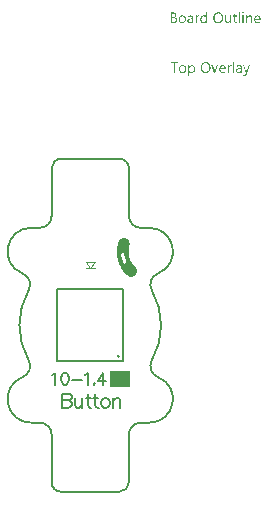
<source format=gto>
G04*
G04 #@! TF.GenerationSoftware,Altium Limited,Altium Designer,21.8.1 (53)*
G04*
G04 Layer_Color=65535*
%FSAX25Y25*%
%MOIN*%
G70*
G04*
G04 #@! TF.SameCoordinates,94FE2971-EC38-410B-9373-26AABD127CE3*
G04*
G04*
G04 #@! TF.FilePolarity,Positive*
G04*
G01*
G75*
%ADD10C,0.00787*%
%ADD11C,0.00394*%
%ADD12C,0.00500*%
%ADD13C,0.00630*%
%ADD14R,0.06988X0.05709*%
G36*
X0050981Y0136890D02*
X0051006D01*
X0051061Y0136865D01*
X0051092Y0136846D01*
X0051123Y0136821D01*
X0051129Y0136815D01*
X0051135Y0136809D01*
X0051166Y0136772D01*
X0051191Y0136710D01*
X0051197Y0136673D01*
X0051204Y0136636D01*
Y0136629D01*
Y0136617D01*
X0051197Y0136599D01*
X0051191Y0136574D01*
X0051173Y0136512D01*
X0051148Y0136481D01*
X0051123Y0136450D01*
X0051117D01*
X0051111Y0136438D01*
X0051074Y0136413D01*
X0051018Y0136388D01*
X0050981Y0136382D01*
X0050944Y0136376D01*
X0050925D01*
X0050906Y0136382D01*
X0050882D01*
X0050820Y0136407D01*
X0050789Y0136419D01*
X0050758Y0136444D01*
Y0136450D01*
X0050745Y0136456D01*
X0050733Y0136475D01*
X0050721Y0136493D01*
X0050696Y0136555D01*
X0050690Y0136592D01*
X0050684Y0136636D01*
Y0136642D01*
Y0136654D01*
X0050690Y0136673D01*
X0050696Y0136704D01*
X0050715Y0136759D01*
X0050733Y0136791D01*
X0050758Y0136821D01*
X0050764Y0136828D01*
X0050770Y0136834D01*
X0050807Y0136858D01*
X0050869Y0136883D01*
X0050906Y0136896D01*
X0050962D01*
X0050981Y0136890D01*
D02*
G37*
G36*
X0038991Y0133225D02*
X0038588D01*
Y0133646D01*
X0038576D01*
Y0133640D01*
X0038564Y0133627D01*
X0038545Y0133603D01*
X0038526Y0133572D01*
X0038495Y0133535D01*
X0038458Y0133497D01*
X0038415Y0133454D01*
X0038366Y0133411D01*
X0038310Y0133361D01*
X0038242Y0133318D01*
X0038174Y0133281D01*
X0038093Y0133244D01*
X0038013Y0133213D01*
X0037920Y0133188D01*
X0037821Y0133176D01*
X0037716Y0133169D01*
X0037672D01*
X0037635Y0133176D01*
X0037598Y0133182D01*
X0037548Y0133188D01*
X0037443Y0133213D01*
X0037319Y0133250D01*
X0037196Y0133312D01*
X0037128Y0133349D01*
X0037072Y0133392D01*
X0037010Y0133448D01*
X0036954Y0133504D01*
Y0133510D01*
X0036942Y0133522D01*
X0036929Y0133541D01*
X0036911Y0133565D01*
X0036892Y0133596D01*
X0036867Y0133640D01*
X0036843Y0133689D01*
X0036818Y0133745D01*
X0036787Y0133807D01*
X0036762Y0133875D01*
X0036737Y0133949D01*
X0036719Y0134030D01*
X0036700Y0134116D01*
X0036688Y0134215D01*
X0036682Y0134315D01*
X0036676Y0134420D01*
Y0134426D01*
Y0134444D01*
Y0134482D01*
X0036682Y0134525D01*
X0036688Y0134574D01*
X0036694Y0134636D01*
X0036700Y0134704D01*
X0036713Y0134779D01*
X0036750Y0134940D01*
X0036806Y0135107D01*
X0036843Y0135187D01*
X0036886Y0135268D01*
X0036929Y0135342D01*
X0036985Y0135416D01*
X0036991Y0135423D01*
X0036998Y0135435D01*
X0037016Y0135453D01*
X0037041Y0135478D01*
X0037072Y0135503D01*
X0037115Y0135534D01*
X0037159Y0135571D01*
X0037208Y0135608D01*
X0037332Y0135676D01*
X0037474Y0135738D01*
X0037555Y0135757D01*
X0037641Y0135775D01*
X0037728Y0135788D01*
X0037827Y0135794D01*
X0037876D01*
X0037914Y0135788D01*
X0037951Y0135782D01*
X0038000Y0135775D01*
X0038112Y0135744D01*
X0038236Y0135695D01*
X0038297Y0135664D01*
X0038359Y0135620D01*
X0038421Y0135577D01*
X0038477Y0135521D01*
X0038526Y0135460D01*
X0038576Y0135385D01*
X0038588D01*
Y0136945D01*
X0038991D01*
Y0133225D01*
D02*
G37*
G36*
X0053259Y0135788D02*
X0053333Y0135782D01*
X0053426Y0135763D01*
X0053525Y0135732D01*
X0053630Y0135682D01*
X0053735Y0135614D01*
X0053779Y0135577D01*
X0053822Y0135528D01*
X0053834Y0135515D01*
X0053859Y0135478D01*
X0053890Y0135416D01*
X0053933Y0135330D01*
X0053970Y0135224D01*
X0054008Y0135094D01*
X0054032Y0134940D01*
X0054039Y0134760D01*
Y0133225D01*
X0053636D01*
Y0134655D01*
Y0134661D01*
Y0134692D01*
X0053630Y0134729D01*
Y0134779D01*
X0053618Y0134841D01*
X0053605Y0134909D01*
X0053587Y0134983D01*
X0053562Y0135057D01*
X0053531Y0135132D01*
X0053494Y0135200D01*
X0053444Y0135268D01*
X0053389Y0135330D01*
X0053327Y0135379D01*
X0053246Y0135416D01*
X0053160Y0135447D01*
X0053054Y0135453D01*
X0053042D01*
X0053005Y0135447D01*
X0052949Y0135441D01*
X0052881Y0135423D01*
X0052801Y0135398D01*
X0052714Y0135354D01*
X0052634Y0135299D01*
X0052553Y0135224D01*
X0052547Y0135212D01*
X0052522Y0135187D01*
X0052491Y0135138D01*
X0052454Y0135070D01*
X0052417Y0134989D01*
X0052386Y0134890D01*
X0052361Y0134779D01*
X0052355Y0134655D01*
Y0133225D01*
X0051953D01*
Y0135738D01*
X0052355D01*
Y0135317D01*
X0052367D01*
X0052373Y0135323D01*
X0052380Y0135336D01*
X0052398Y0135361D01*
X0052423Y0135391D01*
X0052448Y0135429D01*
X0052485Y0135466D01*
X0052528Y0135509D01*
X0052578Y0135559D01*
X0052634Y0135602D01*
X0052695Y0135645D01*
X0052763Y0135682D01*
X0052838Y0135720D01*
X0052912Y0135750D01*
X0052999Y0135775D01*
X0053092Y0135788D01*
X0053191Y0135794D01*
X0053228D01*
X0053259Y0135788D01*
D02*
G37*
G36*
X0036261Y0135775D02*
X0036335Y0135769D01*
X0036378Y0135757D01*
X0036410Y0135744D01*
Y0135330D01*
X0036403Y0135336D01*
X0036391Y0135342D01*
X0036366Y0135354D01*
X0036335Y0135373D01*
X0036292Y0135385D01*
X0036236Y0135398D01*
X0036174Y0135404D01*
X0036106Y0135410D01*
X0036094D01*
X0036063Y0135404D01*
X0036013Y0135398D01*
X0035958Y0135379D01*
X0035883Y0135348D01*
X0035815Y0135305D01*
X0035741Y0135243D01*
X0035673Y0135162D01*
X0035667Y0135150D01*
X0035648Y0135119D01*
X0035617Y0135063D01*
X0035586Y0134989D01*
X0035555Y0134896D01*
X0035524Y0134779D01*
X0035506Y0134649D01*
X0035500Y0134500D01*
Y0133225D01*
X0035097D01*
Y0135738D01*
X0035500D01*
Y0135218D01*
X0035512D01*
Y0135224D01*
X0035518Y0135231D01*
X0035530Y0135261D01*
X0035549Y0135311D01*
X0035580Y0135373D01*
X0035611Y0135435D01*
X0035660Y0135503D01*
X0035710Y0135571D01*
X0035772Y0135633D01*
X0035778Y0135639D01*
X0035803Y0135658D01*
X0035840Y0135682D01*
X0035890Y0135707D01*
X0035945Y0135732D01*
X0036013Y0135757D01*
X0036088Y0135775D01*
X0036168Y0135782D01*
X0036224D01*
X0036261Y0135775D01*
D02*
G37*
G36*
X0047001Y0133225D02*
X0046598D01*
Y0133621D01*
X0046586D01*
Y0133615D01*
X0046573Y0133603D01*
X0046561Y0133578D01*
X0046536Y0133553D01*
X0046481Y0133479D01*
X0046394Y0133398D01*
X0046344Y0133355D01*
X0046289Y0133312D01*
X0046227Y0133274D01*
X0046152Y0133237D01*
X0046078Y0133213D01*
X0045998Y0133188D01*
X0045905Y0133176D01*
X0045812Y0133169D01*
X0045775D01*
X0045732Y0133176D01*
X0045670Y0133188D01*
X0045602Y0133200D01*
X0045527Y0133225D01*
X0045447Y0133256D01*
X0045366Y0133306D01*
X0045280Y0133361D01*
X0045199Y0133429D01*
X0045125Y0133516D01*
X0045057Y0133621D01*
X0044995Y0133739D01*
X0044952Y0133881D01*
X0044927Y0134048D01*
X0044914Y0134135D01*
Y0134234D01*
Y0135738D01*
X0045311D01*
Y0134296D01*
Y0134290D01*
Y0134265D01*
X0045317Y0134222D01*
X0045323Y0134172D01*
X0045329Y0134110D01*
X0045342Y0134048D01*
X0045360Y0133974D01*
X0045385Y0133900D01*
X0045422Y0133825D01*
X0045459Y0133757D01*
X0045509Y0133689D01*
X0045571Y0133627D01*
X0045639Y0133578D01*
X0045719Y0133541D01*
X0045818Y0133510D01*
X0045924Y0133504D01*
X0045936D01*
X0045973Y0133510D01*
X0046029Y0133516D01*
X0046091Y0133528D01*
X0046171Y0133559D01*
X0046252Y0133596D01*
X0046332Y0133646D01*
X0046406Y0133720D01*
X0046413Y0133733D01*
X0046437Y0133757D01*
X0046468Y0133807D01*
X0046505Y0133875D01*
X0046536Y0133955D01*
X0046567Y0134055D01*
X0046592Y0134166D01*
X0046598Y0134290D01*
Y0135738D01*
X0047001D01*
Y0133225D01*
D02*
G37*
G36*
X0051135D02*
X0050733D01*
Y0135738D01*
X0051135D01*
Y0133225D01*
D02*
G37*
G36*
X0049916D02*
X0049514D01*
Y0136945D01*
X0049916D01*
Y0133225D01*
D02*
G37*
G36*
X0033537Y0135788D02*
X0033593Y0135782D01*
X0033661Y0135763D01*
X0033735Y0135744D01*
X0033816Y0135713D01*
X0033902Y0135676D01*
X0033983Y0135627D01*
X0034064Y0135565D01*
X0034138Y0135491D01*
X0034206Y0135398D01*
X0034262Y0135292D01*
X0034305Y0135169D01*
X0034330Y0135026D01*
X0034342Y0134859D01*
Y0133225D01*
X0033940D01*
Y0133615D01*
X0033927D01*
Y0133609D01*
X0033915Y0133596D01*
X0033902Y0133572D01*
X0033878Y0133547D01*
X0033816Y0133473D01*
X0033735Y0133392D01*
X0033624Y0133312D01*
X0033494Y0133237D01*
X0033413Y0133213D01*
X0033333Y0133188D01*
X0033246Y0133176D01*
X0033154Y0133169D01*
X0033116D01*
X0033092Y0133176D01*
X0033024Y0133182D01*
X0032943Y0133194D01*
X0032844Y0133219D01*
X0032751Y0133250D01*
X0032652Y0133299D01*
X0032566Y0133361D01*
X0032559Y0133374D01*
X0032535Y0133398D01*
X0032497Y0133442D01*
X0032460Y0133504D01*
X0032423Y0133578D01*
X0032386Y0133665D01*
X0032361Y0133770D01*
X0032355Y0133887D01*
Y0133894D01*
Y0133918D01*
X0032361Y0133955D01*
X0032367Y0133999D01*
X0032380Y0134055D01*
X0032398Y0134116D01*
X0032423Y0134185D01*
X0032460Y0134253D01*
X0032504Y0134327D01*
X0032559Y0134401D01*
X0032627Y0134469D01*
X0032708Y0134531D01*
X0032801Y0134593D01*
X0032912Y0134643D01*
X0033036Y0134680D01*
X0033184Y0134711D01*
X0033940Y0134816D01*
Y0134822D01*
Y0134841D01*
X0033933Y0134878D01*
Y0134915D01*
X0033921Y0134964D01*
X0033915Y0135020D01*
X0033878Y0135138D01*
X0033847Y0135193D01*
X0033816Y0135249D01*
X0033773Y0135305D01*
X0033723Y0135354D01*
X0033661Y0135398D01*
X0033593Y0135429D01*
X0033513Y0135447D01*
X0033420Y0135453D01*
X0033376D01*
X0033345Y0135447D01*
X0033302D01*
X0033259Y0135435D01*
X0033147Y0135416D01*
X0033024Y0135379D01*
X0032887Y0135323D01*
X0032813Y0135286D01*
X0032745Y0135249D01*
X0032671Y0135200D01*
X0032603Y0135144D01*
Y0135559D01*
X0032609D01*
X0032621Y0135571D01*
X0032640Y0135583D01*
X0032671Y0135596D01*
X0032702Y0135614D01*
X0032745Y0135633D01*
X0032794Y0135652D01*
X0032850Y0135676D01*
X0032974Y0135720D01*
X0033123Y0135757D01*
X0033283Y0135782D01*
X0033457Y0135794D01*
X0033494D01*
X0033537Y0135788D01*
D02*
G37*
G36*
X0027849Y0136735D02*
X0027892D01*
X0027935Y0136729D01*
X0028034Y0136716D01*
X0028152Y0136685D01*
X0028276Y0136648D01*
X0028393Y0136592D01*
X0028499Y0136518D01*
X0028505D01*
X0028511Y0136506D01*
X0028542Y0136481D01*
X0028585Y0136431D01*
X0028635Y0136363D01*
X0028678Y0136277D01*
X0028721Y0136178D01*
X0028752Y0136066D01*
X0028765Y0136004D01*
Y0135936D01*
Y0135930D01*
Y0135924D01*
Y0135887D01*
X0028759Y0135831D01*
X0028746Y0135763D01*
X0028728Y0135676D01*
X0028697Y0135590D01*
X0028660Y0135503D01*
X0028604Y0135416D01*
X0028598Y0135404D01*
X0028573Y0135379D01*
X0028536Y0135342D01*
X0028486Y0135292D01*
X0028424Y0135243D01*
X0028350Y0135187D01*
X0028257Y0135144D01*
X0028158Y0135101D01*
Y0135094D01*
X0028177D01*
X0028195Y0135088D01*
X0028214Y0135082D01*
X0028282Y0135070D01*
X0028363Y0135045D01*
X0028449Y0135008D01*
X0028542Y0134964D01*
X0028635Y0134903D01*
X0028721Y0134822D01*
X0028734Y0134810D01*
X0028759Y0134779D01*
X0028790Y0134735D01*
X0028833Y0134667D01*
X0028870Y0134581D01*
X0028907Y0134482D01*
X0028932Y0134364D01*
X0028938Y0134234D01*
Y0134228D01*
Y0134215D01*
Y0134191D01*
X0028932Y0134160D01*
X0028926Y0134123D01*
X0028920Y0134079D01*
X0028895Y0133974D01*
X0028858Y0133856D01*
X0028802Y0133733D01*
X0028765Y0133677D01*
X0028721Y0133615D01*
X0028666Y0133559D01*
X0028610Y0133504D01*
X0028604D01*
X0028598Y0133491D01*
X0028579Y0133479D01*
X0028554Y0133460D01*
X0028523Y0133442D01*
X0028480Y0133417D01*
X0028387Y0133367D01*
X0028270Y0133312D01*
X0028133Y0133268D01*
X0027972Y0133237D01*
X0027892Y0133231D01*
X0027799Y0133225D01*
X0026772D01*
Y0136741D01*
X0027818D01*
X0027849Y0136735D01*
D02*
G37*
G36*
X0048344Y0135738D02*
X0048981D01*
Y0135391D01*
X0048344D01*
Y0133974D01*
Y0133962D01*
Y0133931D01*
X0048350Y0133887D01*
X0048356Y0133832D01*
X0048381Y0133714D01*
X0048399Y0133658D01*
X0048430Y0133615D01*
X0048437Y0133609D01*
X0048449Y0133596D01*
X0048468Y0133584D01*
X0048499Y0133565D01*
X0048536Y0133541D01*
X0048585Y0133528D01*
X0048647Y0133516D01*
X0048715Y0133510D01*
X0048740D01*
X0048771Y0133516D01*
X0048808Y0133522D01*
X0048895Y0133547D01*
X0048938Y0133565D01*
X0048981Y0133590D01*
Y0133244D01*
X0048975D01*
X0048957Y0133231D01*
X0048926Y0133225D01*
X0048882Y0133213D01*
X0048827Y0133200D01*
X0048765Y0133188D01*
X0048690Y0133182D01*
X0048604Y0133176D01*
X0048573D01*
X0048542Y0133182D01*
X0048499Y0133188D01*
X0048449Y0133200D01*
X0048393Y0133213D01*
X0048338Y0133237D01*
X0048276Y0133268D01*
X0048214Y0133306D01*
X0048152Y0133355D01*
X0048096Y0133411D01*
X0048047Y0133485D01*
X0048003Y0133565D01*
X0047972Y0133665D01*
X0047948Y0133776D01*
X0047941Y0133906D01*
Y0135391D01*
X0047514D01*
Y0135738D01*
X0047941D01*
Y0136351D01*
X0048344Y0136481D01*
Y0135738D01*
D02*
G37*
G36*
X0055871Y0135788D02*
X0055914Y0135782D01*
X0055958Y0135775D01*
X0056069Y0135757D01*
X0056193Y0135713D01*
X0056317Y0135658D01*
X0056378Y0135620D01*
X0056440Y0135577D01*
X0056496Y0135528D01*
X0056552Y0135472D01*
X0056558Y0135466D01*
X0056564Y0135460D01*
X0056577Y0135441D01*
X0056595Y0135416D01*
X0056614Y0135379D01*
X0056638Y0135342D01*
X0056663Y0135299D01*
X0056688Y0135243D01*
X0056713Y0135181D01*
X0056737Y0135119D01*
X0056762Y0135045D01*
X0056781Y0134964D01*
X0056799Y0134878D01*
X0056812Y0134791D01*
X0056824Y0134692D01*
Y0134587D01*
Y0134376D01*
X0055048D01*
Y0134370D01*
Y0134358D01*
Y0134339D01*
X0055054Y0134308D01*
X0055060Y0134271D01*
Y0134234D01*
X0055079Y0134135D01*
X0055110Y0134036D01*
X0055147Y0133924D01*
X0055202Y0133819D01*
X0055270Y0133726D01*
X0055283Y0133714D01*
X0055308Y0133689D01*
X0055357Y0133658D01*
X0055425Y0133615D01*
X0055512Y0133572D01*
X0055611Y0133541D01*
X0055729Y0133516D01*
X0055865Y0133504D01*
X0055908D01*
X0055939Y0133510D01*
X0055976D01*
X0056019Y0133516D01*
X0056125Y0133541D01*
X0056242Y0133572D01*
X0056372Y0133621D01*
X0056508Y0133689D01*
X0056577Y0133733D01*
X0056645Y0133782D01*
Y0133405D01*
X0056638D01*
X0056632Y0133392D01*
X0056614Y0133386D01*
X0056583Y0133367D01*
X0056552Y0133349D01*
X0056515Y0133330D01*
X0056465Y0133312D01*
X0056416Y0133287D01*
X0056354Y0133262D01*
X0056286Y0133244D01*
X0056137Y0133206D01*
X0055964Y0133182D01*
X0055772Y0133169D01*
X0055722D01*
X0055685Y0133176D01*
X0055642Y0133182D01*
X0055586Y0133188D01*
X0055468Y0133213D01*
X0055332Y0133250D01*
X0055196Y0133312D01*
X0055128Y0133355D01*
X0055060Y0133398D01*
X0054998Y0133448D01*
X0054936Y0133510D01*
X0054930Y0133516D01*
X0054924Y0133528D01*
X0054911Y0133547D01*
X0054887Y0133572D01*
X0054868Y0133609D01*
X0054843Y0133652D01*
X0054812Y0133702D01*
X0054788Y0133757D01*
X0054757Y0133819D01*
X0054732Y0133894D01*
X0054701Y0133974D01*
X0054682Y0134061D01*
X0054664Y0134153D01*
X0054645Y0134253D01*
X0054639Y0134358D01*
X0054633Y0134469D01*
Y0134475D01*
Y0134494D01*
Y0134525D01*
X0054639Y0134568D01*
X0054645Y0134618D01*
X0054651Y0134674D01*
X0054658Y0134742D01*
X0054676Y0134810D01*
X0054713Y0134958D01*
X0054769Y0135119D01*
X0054806Y0135200D01*
X0054856Y0135274D01*
X0054905Y0135354D01*
X0054961Y0135423D01*
X0054967Y0135429D01*
X0054979Y0135441D01*
X0054998Y0135460D01*
X0055023Y0135478D01*
X0055054Y0135509D01*
X0055091Y0135540D01*
X0055140Y0135571D01*
X0055190Y0135608D01*
X0055308Y0135676D01*
X0055450Y0135738D01*
X0055530Y0135757D01*
X0055611Y0135775D01*
X0055698Y0135788D01*
X0055790Y0135794D01*
X0055840D01*
X0055871Y0135788D01*
D02*
G37*
G36*
X0042829Y0136797D02*
X0042890Y0136791D01*
X0042965Y0136778D01*
X0043045Y0136759D01*
X0043132Y0136741D01*
X0043218Y0136716D01*
X0043317Y0136685D01*
X0043410Y0136642D01*
X0043509Y0136592D01*
X0043608Y0136537D01*
X0043701Y0136469D01*
X0043794Y0136394D01*
X0043881Y0136308D01*
X0043887Y0136301D01*
X0043899Y0136283D01*
X0043924Y0136258D01*
X0043949Y0136221D01*
X0043986Y0136171D01*
X0044023Y0136109D01*
X0044060Y0136041D01*
X0044104Y0135967D01*
X0044147Y0135874D01*
X0044184Y0135782D01*
X0044221Y0135676D01*
X0044258Y0135559D01*
X0044283Y0135441D01*
X0044308Y0135311D01*
X0044320Y0135169D01*
X0044326Y0135026D01*
Y0135014D01*
Y0134989D01*
Y0134946D01*
X0044320Y0134884D01*
X0044314Y0134810D01*
X0044302Y0134729D01*
X0044289Y0134636D01*
X0044271Y0134531D01*
X0044246Y0134426D01*
X0044215Y0134315D01*
X0044178Y0134203D01*
X0044135Y0134092D01*
X0044079Y0133974D01*
X0044017Y0133869D01*
X0043949Y0133764D01*
X0043868Y0133665D01*
X0043862Y0133658D01*
X0043850Y0133646D01*
X0043819Y0133621D01*
X0043788Y0133590D01*
X0043738Y0133547D01*
X0043683Y0133510D01*
X0043621Y0133460D01*
X0043547Y0133417D01*
X0043466Y0133374D01*
X0043373Y0133324D01*
X0043274Y0133287D01*
X0043163Y0133250D01*
X0043045Y0133213D01*
X0042921Y0133188D01*
X0042791Y0133176D01*
X0042649Y0133169D01*
X0042618D01*
X0042575Y0133176D01*
X0042525D01*
X0042463Y0133182D01*
X0042389Y0133194D01*
X0042309Y0133213D01*
X0042216Y0133231D01*
X0042123Y0133256D01*
X0042024Y0133287D01*
X0041925Y0133330D01*
X0041826Y0133374D01*
X0041727Y0133429D01*
X0041628Y0133497D01*
X0041535Y0133572D01*
X0041448Y0133658D01*
X0041442Y0133665D01*
X0041430Y0133683D01*
X0041405Y0133708D01*
X0041380Y0133745D01*
X0041343Y0133794D01*
X0041306Y0133856D01*
X0041269Y0133924D01*
X0041225Y0134005D01*
X0041182Y0134092D01*
X0041145Y0134185D01*
X0041108Y0134290D01*
X0041071Y0134407D01*
X0041046Y0134525D01*
X0041021Y0134655D01*
X0041009Y0134797D01*
X0041003Y0134940D01*
Y0134952D01*
Y0134977D01*
X0041009Y0135020D01*
Y0135082D01*
X0041015Y0135150D01*
X0041027Y0135237D01*
X0041040Y0135330D01*
X0041058Y0135429D01*
X0041083Y0135534D01*
X0041114Y0135645D01*
X0041151Y0135757D01*
X0041194Y0135868D01*
X0041250Y0135980D01*
X0041312Y0136091D01*
X0041380Y0136196D01*
X0041460Y0136295D01*
X0041467Y0136301D01*
X0041479Y0136320D01*
X0041510Y0136345D01*
X0041547Y0136376D01*
X0041590Y0136413D01*
X0041646Y0136456D01*
X0041714Y0136500D01*
X0041789Y0136549D01*
X0041875Y0136599D01*
X0041968Y0136642D01*
X0042067Y0136685D01*
X0042179Y0136722D01*
X0042302Y0136753D01*
X0042432Y0136784D01*
X0042568Y0136797D01*
X0042711Y0136803D01*
X0042779D01*
X0042829Y0136797D01*
D02*
G37*
G36*
X0030801Y0135788D02*
X0030845Y0135782D01*
X0030900Y0135775D01*
X0031024Y0135750D01*
X0031167Y0135707D01*
X0031309Y0135645D01*
X0031383Y0135608D01*
X0031451Y0135565D01*
X0031519Y0135509D01*
X0031581Y0135447D01*
X0031587Y0135441D01*
X0031594Y0135429D01*
X0031612Y0135410D01*
X0031631Y0135385D01*
X0031656Y0135348D01*
X0031680Y0135305D01*
X0031711Y0135255D01*
X0031742Y0135200D01*
X0031767Y0135132D01*
X0031798Y0135063D01*
X0031823Y0134983D01*
X0031847Y0134896D01*
X0031866Y0134803D01*
X0031885Y0134704D01*
X0031891Y0134599D01*
X0031897Y0134488D01*
Y0134482D01*
Y0134463D01*
Y0134432D01*
X0031891Y0134389D01*
X0031885Y0134339D01*
X0031878Y0134277D01*
X0031866Y0134215D01*
X0031854Y0134141D01*
X0031817Y0133993D01*
X0031755Y0133832D01*
X0031718Y0133751D01*
X0031668Y0133671D01*
X0031618Y0133596D01*
X0031556Y0133528D01*
X0031550Y0133522D01*
X0031538Y0133516D01*
X0031519Y0133497D01*
X0031495Y0133473D01*
X0031457Y0133448D01*
X0031420Y0133417D01*
X0031371Y0133380D01*
X0031315Y0133349D01*
X0031253Y0133318D01*
X0031185Y0133281D01*
X0031111Y0133250D01*
X0031030Y0133225D01*
X0030944Y0133200D01*
X0030851Y0133188D01*
X0030752Y0133176D01*
X0030647Y0133169D01*
X0030591D01*
X0030554Y0133176D01*
X0030510Y0133182D01*
X0030455Y0133188D01*
X0030393Y0133200D01*
X0030325Y0133213D01*
X0030182Y0133256D01*
X0030034Y0133318D01*
X0029959Y0133355D01*
X0029891Y0133405D01*
X0029823Y0133454D01*
X0029755Y0133516D01*
X0029749Y0133522D01*
X0029743Y0133535D01*
X0029724Y0133553D01*
X0029706Y0133578D01*
X0029681Y0133615D01*
X0029650Y0133658D01*
X0029619Y0133708D01*
X0029594Y0133764D01*
X0029563Y0133832D01*
X0029532Y0133900D01*
X0029501Y0133974D01*
X0029477Y0134061D01*
X0029439Y0134246D01*
X0029433Y0134345D01*
X0029427Y0134451D01*
Y0134457D01*
Y0134482D01*
Y0134512D01*
X0029433Y0134556D01*
X0029439Y0134605D01*
X0029446Y0134667D01*
X0029458Y0134735D01*
X0029471Y0134810D01*
X0029508Y0134971D01*
X0029570Y0135132D01*
X0029613Y0135212D01*
X0029656Y0135292D01*
X0029706Y0135367D01*
X0029768Y0135435D01*
X0029774Y0135441D01*
X0029786Y0135453D01*
X0029805Y0135466D01*
X0029829Y0135491D01*
X0029867Y0135515D01*
X0029910Y0135546D01*
X0029959Y0135583D01*
X0030015Y0135614D01*
X0030077Y0135645D01*
X0030151Y0135682D01*
X0030226Y0135713D01*
X0030312Y0135738D01*
X0030399Y0135763D01*
X0030498Y0135782D01*
X0030603Y0135788D01*
X0030709Y0135794D01*
X0030764D01*
X0030801Y0135788D01*
D02*
G37*
G36*
X0034014Y0119198D02*
X0034057Y0119192D01*
X0034101Y0119185D01*
X0034212Y0119161D01*
X0034336Y0119123D01*
X0034460Y0119062D01*
X0034521Y0119024D01*
X0034583Y0118975D01*
X0034639Y0118925D01*
X0034695Y0118863D01*
X0034701Y0118857D01*
X0034707Y0118851D01*
X0034720Y0118826D01*
X0034738Y0118801D01*
X0034757Y0118771D01*
X0034782Y0118727D01*
X0034806Y0118678D01*
X0034831Y0118628D01*
X0034856Y0118566D01*
X0034881Y0118498D01*
X0034905Y0118424D01*
X0034924Y0118343D01*
X0034955Y0118164D01*
X0034967Y0118065D01*
Y0117960D01*
Y0117954D01*
Y0117935D01*
Y0117898D01*
X0034961Y0117854D01*
Y0117805D01*
X0034949Y0117743D01*
X0034942Y0117675D01*
X0034930Y0117601D01*
X0034893Y0117440D01*
X0034837Y0117273D01*
X0034800Y0117192D01*
X0034763Y0117112D01*
X0034713Y0117031D01*
X0034658Y0116957D01*
X0034651Y0116951D01*
X0034645Y0116938D01*
X0034627Y0116920D01*
X0034602Y0116901D01*
X0034571Y0116870D01*
X0034534Y0116839D01*
X0034491Y0116802D01*
X0034441Y0116771D01*
X0034385Y0116734D01*
X0034323Y0116697D01*
X0034175Y0116641D01*
X0034094Y0116616D01*
X0034014Y0116598D01*
X0033921Y0116586D01*
X0033822Y0116579D01*
X0033773D01*
X0033742Y0116586D01*
X0033698Y0116592D01*
X0033655Y0116604D01*
X0033544Y0116629D01*
X0033426Y0116678D01*
X0033358Y0116716D01*
X0033296Y0116753D01*
X0033234Y0116802D01*
X0033178Y0116858D01*
X0033116Y0116920D01*
X0033067Y0116994D01*
X0033055D01*
Y0115484D01*
X0032652D01*
Y0119148D01*
X0033055D01*
Y0118702D01*
X0033067D01*
X0033073Y0118709D01*
X0033079Y0118727D01*
X0033098Y0118752D01*
X0033123Y0118783D01*
X0033154Y0118820D01*
X0033191Y0118863D01*
X0033234Y0118907D01*
X0033290Y0118956D01*
X0033345Y0119000D01*
X0033407Y0119043D01*
X0033482Y0119086D01*
X0033556Y0119123D01*
X0033643Y0119161D01*
X0033735Y0119185D01*
X0033828Y0119198D01*
X0033933Y0119204D01*
X0033983D01*
X0034014Y0119198D01*
D02*
G37*
G36*
X0046970Y0119185D02*
X0047044Y0119179D01*
X0047087Y0119167D01*
X0047118Y0119154D01*
Y0118740D01*
X0047112Y0118746D01*
X0047100Y0118752D01*
X0047075Y0118764D01*
X0047044Y0118783D01*
X0047001Y0118795D01*
X0046945Y0118808D01*
X0046883Y0118814D01*
X0046815Y0118820D01*
X0046802D01*
X0046771Y0118814D01*
X0046722Y0118808D01*
X0046666Y0118789D01*
X0046592Y0118758D01*
X0046524Y0118715D01*
X0046450Y0118653D01*
X0046382Y0118572D01*
X0046375Y0118560D01*
X0046357Y0118529D01*
X0046326Y0118473D01*
X0046295Y0118399D01*
X0046264Y0118306D01*
X0046233Y0118189D01*
X0046214Y0118059D01*
X0046208Y0117910D01*
Y0116635D01*
X0045806D01*
Y0119148D01*
X0046208D01*
Y0118628D01*
X0046221D01*
Y0118634D01*
X0046227Y0118641D01*
X0046239Y0118672D01*
X0046258Y0118721D01*
X0046289Y0118783D01*
X0046320Y0118845D01*
X0046369Y0118913D01*
X0046419Y0118981D01*
X0046481Y0119043D01*
X0046487Y0119049D01*
X0046512Y0119068D01*
X0046549Y0119093D01*
X0046598Y0119117D01*
X0046654Y0119142D01*
X0046722Y0119167D01*
X0046796Y0119185D01*
X0046877Y0119192D01*
X0046933D01*
X0046970Y0119185D01*
D02*
G37*
G36*
X0052175Y0116233D02*
X0052169Y0116226D01*
X0052163Y0116202D01*
X0052144Y0116158D01*
X0052120Y0116109D01*
X0052089Y0116053D01*
X0052045Y0115985D01*
X0052002Y0115917D01*
X0051953Y0115843D01*
X0051891Y0115769D01*
X0051829Y0115700D01*
X0051754Y0115632D01*
X0051674Y0115577D01*
X0051594Y0115527D01*
X0051501Y0115484D01*
X0051408Y0115459D01*
X0051303Y0115453D01*
X0051247D01*
X0051210Y0115459D01*
X0051129Y0115471D01*
X0051043Y0115490D01*
Y0115849D01*
X0051049D01*
X0051067Y0115843D01*
X0051092Y0115837D01*
X0051123Y0115830D01*
X0051197Y0115812D01*
X0051278Y0115806D01*
X0051290D01*
X0051327Y0115812D01*
X0051383Y0115824D01*
X0051451Y0115849D01*
X0051525Y0115892D01*
X0051563Y0115923D01*
X0051600Y0115960D01*
X0051637Y0115998D01*
X0051674Y0116047D01*
X0051705Y0116103D01*
X0051736Y0116165D01*
X0051940Y0116635D01*
X0050956Y0119148D01*
X0051402D01*
X0052083Y0117211D01*
Y0117204D01*
X0052089Y0117192D01*
X0052095Y0117174D01*
X0052101Y0117149D01*
X0052107Y0117112D01*
X0052120Y0117075D01*
X0052132Y0117019D01*
X0052151D01*
Y0117031D01*
X0052163Y0117068D01*
X0052175Y0117124D01*
X0052200Y0117204D01*
X0052912Y0119148D01*
X0053327D01*
X0052175Y0116233D01*
D02*
G37*
G36*
X0041745Y0116635D02*
X0041349D01*
X0040396Y0119148D01*
X0040835D01*
X0041479Y0117322D01*
X0041485Y0117316D01*
X0041491Y0117291D01*
X0041504Y0117248D01*
X0041516Y0117204D01*
X0041529Y0117149D01*
X0041547Y0117087D01*
X0041566Y0116969D01*
X0041572D01*
Y0116975D01*
X0041578Y0117000D01*
X0041584Y0117037D01*
X0041590Y0117081D01*
X0041603Y0117136D01*
X0041615Y0117192D01*
X0041652Y0117310D01*
X0042321Y0119148D01*
X0042742D01*
X0041745Y0116635D01*
D02*
G37*
G36*
X0049768Y0119198D02*
X0049823Y0119192D01*
X0049891Y0119173D01*
X0049966Y0119154D01*
X0050046Y0119123D01*
X0050133Y0119086D01*
X0050213Y0119037D01*
X0050294Y0118975D01*
X0050368Y0118901D01*
X0050436Y0118808D01*
X0050492Y0118702D01*
X0050535Y0118579D01*
X0050560Y0118436D01*
X0050572Y0118269D01*
Y0116635D01*
X0050170D01*
Y0117025D01*
X0050157D01*
Y0117019D01*
X0050145Y0117006D01*
X0050133Y0116982D01*
X0050108Y0116957D01*
X0050046Y0116883D01*
X0049966Y0116802D01*
X0049854Y0116722D01*
X0049724Y0116647D01*
X0049644Y0116623D01*
X0049563Y0116598D01*
X0049477Y0116586D01*
X0049384Y0116579D01*
X0049347D01*
X0049322Y0116586D01*
X0049254Y0116592D01*
X0049173Y0116604D01*
X0049074Y0116629D01*
X0048981Y0116660D01*
X0048882Y0116709D01*
X0048796Y0116771D01*
X0048790Y0116784D01*
X0048765Y0116808D01*
X0048728Y0116852D01*
X0048690Y0116914D01*
X0048653Y0116988D01*
X0048616Y0117075D01*
X0048591Y0117180D01*
X0048585Y0117297D01*
Y0117304D01*
Y0117328D01*
X0048591Y0117366D01*
X0048598Y0117409D01*
X0048610Y0117464D01*
X0048629Y0117526D01*
X0048653Y0117595D01*
X0048690Y0117663D01*
X0048734Y0117737D01*
X0048790Y0117811D01*
X0048858Y0117879D01*
X0048938Y0117941D01*
X0049031Y0118003D01*
X0049142Y0118053D01*
X0049266Y0118090D01*
X0049415Y0118121D01*
X0050170Y0118226D01*
Y0118232D01*
Y0118251D01*
X0050164Y0118288D01*
Y0118325D01*
X0050151Y0118374D01*
X0050145Y0118430D01*
X0050108Y0118548D01*
X0050077Y0118604D01*
X0050046Y0118659D01*
X0050003Y0118715D01*
X0049953Y0118764D01*
X0049891Y0118808D01*
X0049823Y0118839D01*
X0049743Y0118857D01*
X0049650Y0118863D01*
X0049607D01*
X0049576Y0118857D01*
X0049532D01*
X0049489Y0118845D01*
X0049378Y0118826D01*
X0049254Y0118789D01*
X0049117Y0118734D01*
X0049043Y0118696D01*
X0048975Y0118659D01*
X0048901Y0118610D01*
X0048833Y0118554D01*
Y0118969D01*
X0048839D01*
X0048851Y0118981D01*
X0048870Y0118993D01*
X0048901Y0119006D01*
X0048932Y0119024D01*
X0048975Y0119043D01*
X0049025Y0119062D01*
X0049080Y0119086D01*
X0049204Y0119130D01*
X0049353Y0119167D01*
X0049514Y0119192D01*
X0049687Y0119204D01*
X0049724D01*
X0049768Y0119198D01*
D02*
G37*
G36*
X0047954Y0116635D02*
X0047552D01*
Y0120355D01*
X0047954D01*
Y0116635D01*
D02*
G37*
G36*
X0029210Y0119780D02*
X0028195D01*
Y0116635D01*
X0027787D01*
Y0119780D01*
X0026772D01*
Y0120151D01*
X0029210D01*
Y0119780D01*
D02*
G37*
G36*
X0044246Y0119198D02*
X0044289Y0119192D01*
X0044333Y0119185D01*
X0044444Y0119167D01*
X0044568Y0119123D01*
X0044692Y0119068D01*
X0044754Y0119031D01*
X0044815Y0118987D01*
X0044871Y0118938D01*
X0044927Y0118882D01*
X0044933Y0118876D01*
X0044939Y0118870D01*
X0044952Y0118851D01*
X0044970Y0118826D01*
X0044989Y0118789D01*
X0045014Y0118752D01*
X0045038Y0118709D01*
X0045063Y0118653D01*
X0045088Y0118591D01*
X0045113Y0118529D01*
X0045137Y0118455D01*
X0045156Y0118374D01*
X0045175Y0118288D01*
X0045187Y0118201D01*
X0045199Y0118102D01*
Y0117997D01*
Y0117786D01*
X0043423D01*
Y0117780D01*
Y0117768D01*
Y0117749D01*
X0043429Y0117718D01*
X0043435Y0117681D01*
Y0117644D01*
X0043454Y0117545D01*
X0043485Y0117446D01*
X0043522Y0117334D01*
X0043578Y0117229D01*
X0043646Y0117136D01*
X0043658Y0117124D01*
X0043683Y0117099D01*
X0043732Y0117068D01*
X0043800Y0117025D01*
X0043887Y0116982D01*
X0043986Y0116951D01*
X0044104Y0116926D01*
X0044240Y0116914D01*
X0044283D01*
X0044314Y0116920D01*
X0044351D01*
X0044395Y0116926D01*
X0044500Y0116951D01*
X0044617Y0116982D01*
X0044747Y0117031D01*
X0044884Y0117099D01*
X0044952Y0117143D01*
X0045020Y0117192D01*
Y0116815D01*
X0045014D01*
X0045007Y0116802D01*
X0044989Y0116796D01*
X0044958Y0116777D01*
X0044927Y0116759D01*
X0044890Y0116740D01*
X0044840Y0116722D01*
X0044791Y0116697D01*
X0044729Y0116672D01*
X0044661Y0116654D01*
X0044512Y0116616D01*
X0044339Y0116592D01*
X0044147Y0116579D01*
X0044098D01*
X0044060Y0116586D01*
X0044017Y0116592D01*
X0043961Y0116598D01*
X0043844Y0116623D01*
X0043707Y0116660D01*
X0043571Y0116722D01*
X0043503Y0116765D01*
X0043435Y0116808D01*
X0043373Y0116858D01*
X0043311Y0116920D01*
X0043305Y0116926D01*
X0043299Y0116938D01*
X0043287Y0116957D01*
X0043262Y0116982D01*
X0043243Y0117019D01*
X0043218Y0117062D01*
X0043187Y0117112D01*
X0043163Y0117167D01*
X0043132Y0117229D01*
X0043107Y0117304D01*
X0043076Y0117384D01*
X0043058Y0117471D01*
X0043039Y0117564D01*
X0043020Y0117663D01*
X0043014Y0117768D01*
X0043008Y0117879D01*
Y0117885D01*
Y0117904D01*
Y0117935D01*
X0043014Y0117978D01*
X0043020Y0118028D01*
X0043027Y0118084D01*
X0043033Y0118152D01*
X0043051Y0118220D01*
X0043088Y0118368D01*
X0043144Y0118529D01*
X0043181Y0118610D01*
X0043231Y0118684D01*
X0043280Y0118764D01*
X0043336Y0118833D01*
X0043342Y0118839D01*
X0043355Y0118851D01*
X0043373Y0118870D01*
X0043398Y0118888D01*
X0043429Y0118919D01*
X0043466Y0118950D01*
X0043516Y0118981D01*
X0043565Y0119018D01*
X0043683Y0119086D01*
X0043825Y0119148D01*
X0043906Y0119167D01*
X0043986Y0119185D01*
X0044073Y0119198D01*
X0044166Y0119204D01*
X0044215D01*
X0044246Y0119198D01*
D02*
G37*
G36*
X0038632Y0120207D02*
X0038694Y0120201D01*
X0038768Y0120188D01*
X0038848Y0120169D01*
X0038935Y0120151D01*
X0039022Y0120126D01*
X0039121Y0120095D01*
X0039213Y0120052D01*
X0039313Y0120002D01*
X0039412Y0119947D01*
X0039505Y0119879D01*
X0039597Y0119804D01*
X0039684Y0119718D01*
X0039690Y0119711D01*
X0039703Y0119693D01*
X0039727Y0119668D01*
X0039752Y0119631D01*
X0039789Y0119581D01*
X0039826Y0119520D01*
X0039863Y0119451D01*
X0039907Y0119377D01*
X0039950Y0119284D01*
X0039987Y0119192D01*
X0040024Y0119086D01*
X0040062Y0118969D01*
X0040086Y0118851D01*
X0040111Y0118721D01*
X0040124Y0118579D01*
X0040130Y0118436D01*
Y0118424D01*
Y0118399D01*
Y0118356D01*
X0040124Y0118294D01*
X0040117Y0118220D01*
X0040105Y0118139D01*
X0040093Y0118046D01*
X0040074Y0117941D01*
X0040049Y0117836D01*
X0040018Y0117725D01*
X0039981Y0117613D01*
X0039938Y0117502D01*
X0039882Y0117384D01*
X0039820Y0117279D01*
X0039752Y0117174D01*
X0039672Y0117075D01*
X0039665Y0117068D01*
X0039653Y0117056D01*
X0039622Y0117031D01*
X0039591Y0117000D01*
X0039542Y0116957D01*
X0039486Y0116920D01*
X0039424Y0116870D01*
X0039350Y0116827D01*
X0039269Y0116784D01*
X0039176Y0116734D01*
X0039077Y0116697D01*
X0038966Y0116660D01*
X0038848Y0116623D01*
X0038724Y0116598D01*
X0038594Y0116586D01*
X0038452Y0116579D01*
X0038421D01*
X0038378Y0116586D01*
X0038328D01*
X0038267Y0116592D01*
X0038192Y0116604D01*
X0038112Y0116623D01*
X0038019Y0116641D01*
X0037926Y0116666D01*
X0037827Y0116697D01*
X0037728Y0116740D01*
X0037629Y0116784D01*
X0037530Y0116839D01*
X0037431Y0116907D01*
X0037338Y0116982D01*
X0037251Y0117068D01*
X0037245Y0117075D01*
X0037233Y0117093D01*
X0037208Y0117118D01*
X0037183Y0117155D01*
X0037146Y0117204D01*
X0037109Y0117266D01*
X0037072Y0117334D01*
X0037029Y0117415D01*
X0036985Y0117502D01*
X0036948Y0117595D01*
X0036911Y0117700D01*
X0036874Y0117817D01*
X0036849Y0117935D01*
X0036824Y0118065D01*
X0036812Y0118207D01*
X0036806Y0118350D01*
Y0118362D01*
Y0118387D01*
X0036812Y0118430D01*
Y0118492D01*
X0036818Y0118560D01*
X0036830Y0118647D01*
X0036843Y0118740D01*
X0036861Y0118839D01*
X0036886Y0118944D01*
X0036917Y0119055D01*
X0036954Y0119167D01*
X0036998Y0119278D01*
X0037053Y0119390D01*
X0037115Y0119501D01*
X0037183Y0119606D01*
X0037264Y0119705D01*
X0037270Y0119711D01*
X0037282Y0119730D01*
X0037313Y0119755D01*
X0037350Y0119786D01*
X0037394Y0119823D01*
X0037449Y0119866D01*
X0037517Y0119910D01*
X0037592Y0119959D01*
X0037678Y0120009D01*
X0037771Y0120052D01*
X0037870Y0120095D01*
X0037982Y0120132D01*
X0038105Y0120163D01*
X0038236Y0120194D01*
X0038372Y0120207D01*
X0038514Y0120213D01*
X0038582D01*
X0038632Y0120207D01*
D02*
G37*
G36*
X0030913Y0119198D02*
X0030956Y0119192D01*
X0031012Y0119185D01*
X0031136Y0119161D01*
X0031278Y0119117D01*
X0031420Y0119055D01*
X0031495Y0119018D01*
X0031563Y0118975D01*
X0031631Y0118919D01*
X0031693Y0118857D01*
X0031699Y0118851D01*
X0031705Y0118839D01*
X0031724Y0118820D01*
X0031742Y0118795D01*
X0031767Y0118758D01*
X0031792Y0118715D01*
X0031823Y0118665D01*
X0031854Y0118610D01*
X0031878Y0118542D01*
X0031909Y0118473D01*
X0031934Y0118393D01*
X0031959Y0118306D01*
X0031977Y0118213D01*
X0031996Y0118114D01*
X0032002Y0118009D01*
X0032008Y0117898D01*
Y0117892D01*
Y0117873D01*
Y0117842D01*
X0032002Y0117799D01*
X0031996Y0117749D01*
X0031990Y0117687D01*
X0031977Y0117625D01*
X0031965Y0117551D01*
X0031928Y0117403D01*
X0031866Y0117242D01*
X0031829Y0117161D01*
X0031779Y0117081D01*
X0031730Y0117006D01*
X0031668Y0116938D01*
X0031662Y0116932D01*
X0031649Y0116926D01*
X0031631Y0116907D01*
X0031606Y0116883D01*
X0031569Y0116858D01*
X0031532Y0116827D01*
X0031482Y0116790D01*
X0031427Y0116759D01*
X0031365Y0116728D01*
X0031297Y0116691D01*
X0031222Y0116660D01*
X0031142Y0116635D01*
X0031055Y0116610D01*
X0030962Y0116598D01*
X0030863Y0116586D01*
X0030758Y0116579D01*
X0030702D01*
X0030665Y0116586D01*
X0030622Y0116592D01*
X0030566Y0116598D01*
X0030504Y0116610D01*
X0030436Y0116623D01*
X0030294Y0116666D01*
X0030145Y0116728D01*
X0030071Y0116765D01*
X0030003Y0116815D01*
X0029935Y0116864D01*
X0029867Y0116926D01*
X0029860Y0116932D01*
X0029854Y0116945D01*
X0029836Y0116963D01*
X0029817Y0116988D01*
X0029792Y0117025D01*
X0029761Y0117068D01*
X0029730Y0117118D01*
X0029706Y0117174D01*
X0029675Y0117242D01*
X0029644Y0117310D01*
X0029613Y0117384D01*
X0029588Y0117471D01*
X0029551Y0117656D01*
X0029545Y0117755D01*
X0029539Y0117861D01*
Y0117867D01*
Y0117892D01*
Y0117923D01*
X0029545Y0117966D01*
X0029551Y0118015D01*
X0029557Y0118077D01*
X0029570Y0118145D01*
X0029582Y0118220D01*
X0029619Y0118381D01*
X0029681Y0118542D01*
X0029724Y0118622D01*
X0029768Y0118702D01*
X0029817Y0118777D01*
X0029879Y0118845D01*
X0029885Y0118851D01*
X0029898Y0118863D01*
X0029916Y0118876D01*
X0029941Y0118901D01*
X0029978Y0118925D01*
X0030021Y0118956D01*
X0030071Y0118993D01*
X0030127Y0119024D01*
X0030189Y0119055D01*
X0030263Y0119093D01*
X0030337Y0119123D01*
X0030424Y0119148D01*
X0030510Y0119173D01*
X0030609Y0119192D01*
X0030715Y0119198D01*
X0030820Y0119204D01*
X0030876D01*
X0030913Y0119198D01*
D02*
G37*
G36*
X0011277Y0061567D02*
X0011394Y0061559D01*
X0011510Y0061544D01*
X0011625Y0061521D01*
X0011739Y0061492D01*
X0011851Y0061456D01*
X0011960Y0061413D01*
X0012067Y0061364D01*
X0012170Y0061308D01*
X0012270Y0061247D01*
X0012366Y0061179D01*
X0012457Y0061106D01*
X0012545Y0061027D01*
X0012627Y0060943D01*
X0012704Y0060854D01*
X0012775Y0060761D01*
X0012841Y0060664D01*
X0012901Y0060563D01*
X0012954Y0060458D01*
X0013001Y0060351D01*
X0013042Y0060241D01*
X0013076Y0060128D01*
X0013102Y0060014D01*
X0013123Y0059898D01*
X0013135Y0059782D01*
X0013141Y0059664D01*
X0013140Y0059547D01*
X0013132Y0059430D01*
X0013117Y0059314D01*
X0013094Y0059198D01*
X0013065Y0059085D01*
X0013060Y0059069D01*
X0013060Y0059069D01*
X0013005Y0058877D01*
X0012950Y0058657D01*
X0012902Y0058436D01*
X0012862Y0058213D01*
X0012829Y0057989D01*
X0012803Y0057765D01*
X0012784Y0057539D01*
X0012773Y0057313D01*
X0012769Y0057087D01*
X0012773Y0056860D01*
X0012784Y0056634D01*
X0012803Y0056409D01*
X0012829Y0056184D01*
X0012862Y0055960D01*
X0012902Y0055737D01*
X0012950Y0055516D01*
X0013005Y0055297D01*
X0013067Y0055079D01*
X0013136Y0054864D01*
X0013213Y0054650D01*
X0013296Y0054440D01*
X0013386Y0054233D01*
X0013483Y0054028D01*
X0013586Y0053827D01*
X0013696Y0053629D01*
X0013812Y0053435D01*
X0013935Y0053244D01*
X0014064Y0053058D01*
X0014198Y0052877D01*
X0014339Y0052699D01*
X0014486Y0052527D01*
X0014638Y0052359D01*
X0014795Y0052197D01*
X0014955Y0052041D01*
X0014955Y0052042D01*
X0014973Y0052026D01*
X0015055Y0051942D01*
X0015132Y0051853D01*
X0015203Y0051760D01*
X0015269Y0051663D01*
X0015329Y0051562D01*
X0015382Y0051457D01*
X0015429Y0051350D01*
X0015470Y0051240D01*
X0015504Y0051127D01*
X0015531Y0051013D01*
X0015551Y0050897D01*
X0015564Y0050780D01*
X0015570Y0050663D01*
X0015568Y0050546D01*
X0015560Y0050429D01*
X0015545Y0050312D01*
X0015522Y0050197D01*
X0015493Y0050083D01*
X0015457Y0049972D01*
X0015415Y0049862D01*
X0015365Y0049756D01*
X0015310Y0049652D01*
X0015248Y0049553D01*
X0015180Y0049457D01*
X0015107Y0049365D01*
X0015028Y0049278D01*
X0014944Y0049196D01*
X0014856Y0049119D01*
X0014762Y0049047D01*
X0014665Y0048982D01*
X0014564Y0048922D01*
X0014460Y0048868D01*
X0014352Y0048821D01*
X0014242Y0048781D01*
X0014130Y0048747D01*
X0014015Y0048720D01*
X0013900Y0048700D01*
X0013783Y0048687D01*
X0013666Y0048681D01*
X0013548Y0048682D01*
X0013431Y0048691D01*
X0013315Y0048706D01*
X0013200Y0048728D01*
X0013086Y0048757D01*
X0012974Y0048794D01*
X0012865Y0048836D01*
X0012758Y0048886D01*
X0012655Y0048941D01*
X0012555Y0049003D01*
X0012459Y0049071D01*
X0012367Y0049144D01*
X0012298Y0049207D01*
X0012298Y0049207D01*
X0012186Y0049312D01*
X0011978Y0049518D01*
X0011776Y0049729D01*
X0011580Y0049946D01*
X0011390Y0050168D01*
X0011205Y0050396D01*
X0011027Y0050628D01*
X0010855Y0050864D01*
X0010690Y0051106D01*
X0010531Y0051351D01*
X0010380Y0051601D01*
X0010234Y0051855D01*
X0010096Y0052113D01*
X0009965Y0052375D01*
X0009841Y0052640D01*
X0009724Y0052908D01*
X0009615Y0053179D01*
X0009513Y0053453D01*
X0009418Y0053730D01*
X0009331Y0054009D01*
X0009251Y0054291D01*
X0009179Y0054575D01*
X0009115Y0054860D01*
X0009059Y0055147D01*
X0009010Y0055435D01*
X0008969Y0055725D01*
X0008936Y0056016D01*
X0008911Y0056307D01*
X0008894Y0056599D01*
X0008885Y0056892D01*
X0008884Y0057184D01*
X0008890Y0057477D01*
X0008905Y0057769D01*
X0008927Y0058060D01*
X0008958Y0058351D01*
X0008996Y0058641D01*
X0009042Y0058930D01*
X0009096Y0059218D01*
X0009157Y0059504D01*
X0009227Y0059788D01*
X0009303Y0060070D01*
X0009337Y0060182D01*
X0009337Y0060182D01*
X0009368Y0060278D01*
X0009410Y0060387D01*
X0009460Y0060494D01*
X0009515Y0060597D01*
X0009577Y0060697D01*
X0009645Y0060793D01*
X0009718Y0060884D01*
X0009797Y0060971D01*
X0009881Y0061054D01*
X0009969Y0061131D01*
X0010062Y0061202D01*
X0010160Y0061268D01*
X0010261Y0061327D01*
X0010365Y0061381D01*
X0010473Y0061428D01*
X0010583Y0061469D01*
X0010695Y0061502D01*
X0010810Y0061529D01*
X0010925Y0061549D01*
X0011042Y0061562D01*
X0011159Y0061568D01*
X0011277Y0061567D01*
D02*
G37*
%LPC*%
G36*
X0037876Y0135453D02*
X0037839D01*
X0037815Y0135447D01*
X0037747Y0135441D01*
X0037666Y0135423D01*
X0037573Y0135385D01*
X0037474Y0135336D01*
X0037381Y0135274D01*
X0037338Y0135231D01*
X0037295Y0135181D01*
X0037288Y0135169D01*
X0037264Y0135132D01*
X0037227Y0135070D01*
X0037189Y0134989D01*
X0037152Y0134884D01*
X0037115Y0134754D01*
X0037090Y0134605D01*
X0037084Y0134438D01*
Y0134432D01*
Y0134420D01*
Y0134395D01*
X0037090Y0134364D01*
Y0134333D01*
X0037097Y0134290D01*
X0037109Y0134191D01*
X0037134Y0134079D01*
X0037171Y0133968D01*
X0037220Y0133856D01*
X0037288Y0133751D01*
X0037301Y0133739D01*
X0037326Y0133714D01*
X0037369Y0133671D01*
X0037431Y0133627D01*
X0037511Y0133584D01*
X0037604Y0133541D01*
X0037709Y0133516D01*
X0037833Y0133504D01*
X0037864D01*
X0037889Y0133510D01*
X0037951Y0133516D01*
X0038025Y0133535D01*
X0038112Y0133565D01*
X0038205Y0133603D01*
X0038291Y0133665D01*
X0038378Y0133745D01*
X0038384Y0133757D01*
X0038409Y0133788D01*
X0038446Y0133844D01*
X0038483Y0133912D01*
X0038520Y0133999D01*
X0038557Y0134104D01*
X0038582Y0134228D01*
X0038588Y0134358D01*
Y0134729D01*
Y0134735D01*
Y0134742D01*
Y0134779D01*
X0038576Y0134834D01*
X0038564Y0134909D01*
X0038539Y0134989D01*
X0038502Y0135076D01*
X0038452Y0135162D01*
X0038384Y0135243D01*
X0038378Y0135249D01*
X0038347Y0135274D01*
X0038304Y0135311D01*
X0038248Y0135348D01*
X0038174Y0135385D01*
X0038087Y0135423D01*
X0037988Y0135447D01*
X0037876Y0135453D01*
D02*
G37*
G36*
X0033940Y0134494D02*
X0033333Y0134407D01*
X0033321D01*
X0033290Y0134401D01*
X0033240Y0134389D01*
X0033178Y0134376D01*
X0033110Y0134358D01*
X0033036Y0134333D01*
X0032974Y0134308D01*
X0032912Y0134271D01*
X0032906Y0134265D01*
X0032887Y0134253D01*
X0032869Y0134228D01*
X0032844Y0134191D01*
X0032813Y0134141D01*
X0032794Y0134079D01*
X0032776Y0134005D01*
X0032770Y0133918D01*
Y0133912D01*
Y0133887D01*
X0032776Y0133856D01*
X0032788Y0133813D01*
X0032801Y0133764D01*
X0032825Y0133714D01*
X0032856Y0133665D01*
X0032900Y0133615D01*
X0032906Y0133609D01*
X0032925Y0133596D01*
X0032956Y0133578D01*
X0032993Y0133559D01*
X0033042Y0133541D01*
X0033104Y0133522D01*
X0033172Y0133510D01*
X0033253Y0133504D01*
X0033265D01*
X0033302Y0133510D01*
X0033358Y0133516D01*
X0033426Y0133528D01*
X0033500Y0133553D01*
X0033587Y0133590D01*
X0033667Y0133646D01*
X0033742Y0133714D01*
X0033748Y0133726D01*
X0033773Y0133751D01*
X0033803Y0133794D01*
X0033841Y0133856D01*
X0033878Y0133937D01*
X0033909Y0134023D01*
X0033933Y0134129D01*
X0033940Y0134240D01*
Y0134494D01*
D02*
G37*
G36*
X0027657Y0136370D02*
X0027186D01*
Y0135231D01*
X0027663D01*
X0027725Y0135237D01*
X0027799Y0135249D01*
X0027886Y0135268D01*
X0027979Y0135299D01*
X0028059Y0135336D01*
X0028140Y0135391D01*
X0028146Y0135398D01*
X0028171Y0135423D01*
X0028201Y0135460D01*
X0028239Y0135515D01*
X0028270Y0135577D01*
X0028301Y0135658D01*
X0028325Y0135750D01*
X0028332Y0135856D01*
Y0135862D01*
Y0135880D01*
X0028325Y0135905D01*
X0028319Y0135936D01*
X0028294Y0136017D01*
X0028276Y0136066D01*
X0028245Y0136116D01*
X0028214Y0136159D01*
X0028164Y0136209D01*
X0028115Y0136252D01*
X0028047Y0136289D01*
X0027972Y0136320D01*
X0027880Y0136345D01*
X0027774Y0136363D01*
X0027657Y0136370D01*
D02*
G37*
G36*
Y0134859D02*
X0027186D01*
Y0133596D01*
X0027805D01*
X0027867Y0133603D01*
X0027954Y0133615D01*
X0028041Y0133640D01*
X0028133Y0133665D01*
X0028226Y0133708D01*
X0028307Y0133764D01*
X0028313Y0133770D01*
X0028338Y0133794D01*
X0028369Y0133832D01*
X0028406Y0133887D01*
X0028443Y0133955D01*
X0028474Y0134036D01*
X0028499Y0134135D01*
X0028505Y0134240D01*
Y0134246D01*
Y0134265D01*
X0028499Y0134296D01*
X0028493Y0134339D01*
X0028480Y0134382D01*
X0028462Y0134438D01*
X0028437Y0134494D01*
X0028400Y0134550D01*
X0028356Y0134605D01*
X0028301Y0134661D01*
X0028232Y0134717D01*
X0028146Y0134760D01*
X0028053Y0134803D01*
X0027935Y0134834D01*
X0027805Y0134853D01*
X0027657Y0134859D01*
D02*
G37*
G36*
X0055784Y0135453D02*
X0055735D01*
X0055685Y0135441D01*
X0055617Y0135429D01*
X0055543Y0135404D01*
X0055456Y0135367D01*
X0055376Y0135317D01*
X0055295Y0135249D01*
X0055289Y0135243D01*
X0055264Y0135212D01*
X0055233Y0135169D01*
X0055190Y0135107D01*
X0055147Y0135032D01*
X0055110Y0134940D01*
X0055079Y0134834D01*
X0055054Y0134717D01*
X0056409D01*
Y0134723D01*
Y0134735D01*
Y0134748D01*
Y0134773D01*
X0056403Y0134841D01*
X0056391Y0134915D01*
X0056366Y0135008D01*
X0056341Y0135094D01*
X0056298Y0135181D01*
X0056242Y0135261D01*
X0056236Y0135268D01*
X0056211Y0135292D01*
X0056174Y0135323D01*
X0056125Y0135361D01*
X0056056Y0135391D01*
X0055976Y0135423D01*
X0055889Y0135447D01*
X0055784Y0135453D01*
D02*
G37*
G36*
X0042680Y0136425D02*
X0042624D01*
X0042587Y0136419D01*
X0042538Y0136413D01*
X0042488Y0136407D01*
X0042426Y0136394D01*
X0042358Y0136376D01*
X0042216Y0136326D01*
X0042141Y0136295D01*
X0042061Y0136258D01*
X0041987Y0136209D01*
X0041912Y0136153D01*
X0041844Y0136091D01*
X0041776Y0136023D01*
X0041770Y0136017D01*
X0041764Y0136004D01*
X0041745Y0135980D01*
X0041721Y0135949D01*
X0041696Y0135912D01*
X0041671Y0135862D01*
X0041640Y0135806D01*
X0041609Y0135744D01*
X0041572Y0135670D01*
X0041541Y0135596D01*
X0041516Y0135509D01*
X0041491Y0135416D01*
X0041467Y0135317D01*
X0041448Y0135206D01*
X0041442Y0135094D01*
X0041436Y0134977D01*
Y0134971D01*
Y0134946D01*
Y0134915D01*
X0041442Y0134872D01*
X0041448Y0134816D01*
X0041454Y0134748D01*
X0041467Y0134680D01*
X0041479Y0134605D01*
X0041516Y0134438D01*
X0041578Y0134259D01*
X0041615Y0134172D01*
X0041659Y0134092D01*
X0041714Y0134005D01*
X0041770Y0133931D01*
X0041776Y0133924D01*
X0041789Y0133912D01*
X0041807Y0133894D01*
X0041832Y0133869D01*
X0041863Y0133838D01*
X0041906Y0133807D01*
X0041956Y0133770D01*
X0042005Y0133733D01*
X0042067Y0133695D01*
X0042135Y0133658D01*
X0042284Y0133596D01*
X0042370Y0133572D01*
X0042457Y0133553D01*
X0042550Y0133541D01*
X0042649Y0133535D01*
X0042705D01*
X0042748Y0133541D01*
X0042791Y0133547D01*
X0042853Y0133553D01*
X0042915Y0133565D01*
X0042983Y0133584D01*
X0043126Y0133627D01*
X0043206Y0133658D01*
X0043280Y0133695D01*
X0043355Y0133739D01*
X0043429Y0133788D01*
X0043497Y0133844D01*
X0043565Y0133912D01*
X0043571Y0133918D01*
X0043578Y0133931D01*
X0043596Y0133949D01*
X0043615Y0133980D01*
X0043646Y0134023D01*
X0043670Y0134067D01*
X0043701Y0134123D01*
X0043732Y0134185D01*
X0043763Y0134259D01*
X0043794Y0134339D01*
X0043825Y0134426D01*
X0043850Y0134519D01*
X0043868Y0134618D01*
X0043887Y0134729D01*
X0043893Y0134847D01*
X0043899Y0134971D01*
Y0134977D01*
Y0135002D01*
Y0135039D01*
X0043893Y0135082D01*
X0043887Y0135144D01*
X0043881Y0135212D01*
X0043875Y0135286D01*
X0043856Y0135367D01*
X0043819Y0135534D01*
X0043763Y0135713D01*
X0043726Y0135800D01*
X0043683Y0135887D01*
X0043627Y0135967D01*
X0043571Y0136041D01*
X0043565Y0136048D01*
X0043559Y0136060D01*
X0043540Y0136079D01*
X0043509Y0136103D01*
X0043479Y0136128D01*
X0043441Y0136165D01*
X0043392Y0136196D01*
X0043342Y0136233D01*
X0043280Y0136270D01*
X0043212Y0136301D01*
X0043138Y0136339D01*
X0043058Y0136363D01*
X0042971Y0136388D01*
X0042884Y0136407D01*
X0042785Y0136419D01*
X0042680Y0136425D01*
D02*
G37*
G36*
X0030678Y0135453D02*
X0030640D01*
X0030616Y0135447D01*
X0030541Y0135441D01*
X0030455Y0135423D01*
X0030356Y0135391D01*
X0030250Y0135342D01*
X0030151Y0135274D01*
X0030102Y0135237D01*
X0030059Y0135187D01*
X0030046Y0135175D01*
X0030021Y0135138D01*
X0029990Y0135082D01*
X0029947Y0135002D01*
X0029904Y0134896D01*
X0029873Y0134773D01*
X0029848Y0134630D01*
X0029836Y0134463D01*
Y0134457D01*
Y0134444D01*
Y0134420D01*
X0029842Y0134389D01*
Y0134352D01*
X0029848Y0134308D01*
X0029867Y0134209D01*
X0029891Y0134098D01*
X0029935Y0133980D01*
X0029990Y0133863D01*
X0030065Y0133757D01*
X0030077Y0133745D01*
X0030108Y0133720D01*
X0030158Y0133677D01*
X0030226Y0133633D01*
X0030312Y0133584D01*
X0030418Y0133541D01*
X0030541Y0133516D01*
X0030678Y0133504D01*
X0030715D01*
X0030739Y0133510D01*
X0030814Y0133516D01*
X0030900Y0133535D01*
X0030993Y0133565D01*
X0031098Y0133609D01*
X0031191Y0133671D01*
X0031278Y0133751D01*
X0031284Y0133764D01*
X0031309Y0133801D01*
X0031346Y0133856D01*
X0031383Y0133937D01*
X0031420Y0134042D01*
X0031457Y0134166D01*
X0031482Y0134308D01*
X0031488Y0134475D01*
Y0134482D01*
Y0134494D01*
Y0134519D01*
Y0134556D01*
X0031482Y0134593D01*
X0031476Y0134636D01*
X0031464Y0134742D01*
X0031439Y0134859D01*
X0031402Y0134977D01*
X0031346Y0135094D01*
X0031278Y0135200D01*
X0031266Y0135212D01*
X0031241Y0135237D01*
X0031191Y0135280D01*
X0031123Y0135330D01*
X0031037Y0135373D01*
X0030937Y0135416D01*
X0030814Y0135441D01*
X0030678Y0135453D01*
D02*
G37*
G36*
X0033834Y0118863D02*
X0033803D01*
X0033779Y0118857D01*
X0033711Y0118851D01*
X0033630Y0118833D01*
X0033544Y0118801D01*
X0033444Y0118758D01*
X0033352Y0118696D01*
X0033265Y0118616D01*
X0033259Y0118604D01*
X0033234Y0118572D01*
X0033197Y0118523D01*
X0033160Y0118449D01*
X0033123Y0118362D01*
X0033085Y0118257D01*
X0033061Y0118139D01*
X0033055Y0118009D01*
Y0117656D01*
Y0117650D01*
Y0117644D01*
X0033061Y0117607D01*
X0033067Y0117545D01*
X0033079Y0117477D01*
X0033104Y0117390D01*
X0033141Y0117304D01*
X0033191Y0117217D01*
X0033259Y0117130D01*
X0033271Y0117124D01*
X0033296Y0117099D01*
X0033339Y0117062D01*
X0033401Y0117025D01*
X0033475Y0116982D01*
X0033562Y0116951D01*
X0033661Y0116926D01*
X0033773Y0116914D01*
X0033810D01*
X0033834Y0116920D01*
X0033896Y0116926D01*
X0033983Y0116951D01*
X0034070Y0116982D01*
X0034169Y0117031D01*
X0034262Y0117099D01*
X0034305Y0117143D01*
X0034342Y0117192D01*
Y0117198D01*
X0034348Y0117204D01*
X0034361Y0117223D01*
X0034373Y0117242D01*
X0034391Y0117273D01*
X0034410Y0117310D01*
X0034447Y0117396D01*
X0034484Y0117508D01*
X0034521Y0117638D01*
X0034546Y0117793D01*
X0034552Y0117972D01*
Y0117978D01*
Y0117991D01*
Y0118009D01*
Y0118040D01*
X0034546Y0118077D01*
X0034540Y0118114D01*
X0034528Y0118207D01*
X0034503Y0118313D01*
X0034472Y0118424D01*
X0034422Y0118529D01*
X0034361Y0118622D01*
X0034354Y0118634D01*
X0034323Y0118659D01*
X0034280Y0118696D01*
X0034224Y0118746D01*
X0034150Y0118789D01*
X0034057Y0118826D01*
X0033952Y0118851D01*
X0033834Y0118863D01*
D02*
G37*
G36*
X0050170Y0117904D02*
X0049563Y0117817D01*
X0049551D01*
X0049520Y0117811D01*
X0049470Y0117799D01*
X0049409Y0117786D01*
X0049340Y0117768D01*
X0049266Y0117743D01*
X0049204Y0117718D01*
X0049142Y0117681D01*
X0049136Y0117675D01*
X0049117Y0117663D01*
X0049099Y0117638D01*
X0049074Y0117601D01*
X0049043Y0117551D01*
X0049025Y0117489D01*
X0049006Y0117415D01*
X0049000Y0117328D01*
Y0117322D01*
Y0117297D01*
X0049006Y0117266D01*
X0049018Y0117223D01*
X0049031Y0117174D01*
X0049056Y0117124D01*
X0049087Y0117075D01*
X0049130Y0117025D01*
X0049136Y0117019D01*
X0049155Y0117006D01*
X0049186Y0116988D01*
X0049223Y0116969D01*
X0049272Y0116951D01*
X0049334Y0116932D01*
X0049402Y0116920D01*
X0049483Y0116914D01*
X0049495D01*
X0049532Y0116920D01*
X0049588Y0116926D01*
X0049656Y0116938D01*
X0049730Y0116963D01*
X0049817Y0117000D01*
X0049898Y0117056D01*
X0049972Y0117124D01*
X0049978Y0117136D01*
X0050003Y0117161D01*
X0050034Y0117204D01*
X0050071Y0117266D01*
X0050108Y0117347D01*
X0050139Y0117434D01*
X0050164Y0117539D01*
X0050170Y0117650D01*
Y0117904D01*
D02*
G37*
G36*
X0044159Y0118863D02*
X0044110D01*
X0044060Y0118851D01*
X0043992Y0118839D01*
X0043918Y0118814D01*
X0043831Y0118777D01*
X0043751Y0118727D01*
X0043670Y0118659D01*
X0043664Y0118653D01*
X0043639Y0118622D01*
X0043608Y0118579D01*
X0043565Y0118517D01*
X0043522Y0118442D01*
X0043485Y0118350D01*
X0043454Y0118245D01*
X0043429Y0118127D01*
X0044785D01*
Y0118133D01*
Y0118145D01*
Y0118158D01*
Y0118183D01*
X0044778Y0118251D01*
X0044766Y0118325D01*
X0044741Y0118418D01*
X0044717Y0118504D01*
X0044673Y0118591D01*
X0044617Y0118672D01*
X0044611Y0118678D01*
X0044587Y0118702D01*
X0044549Y0118734D01*
X0044500Y0118771D01*
X0044432Y0118801D01*
X0044351Y0118833D01*
X0044265Y0118857D01*
X0044159Y0118863D01*
D02*
G37*
G36*
X0038483Y0119835D02*
X0038427D01*
X0038390Y0119829D01*
X0038341Y0119823D01*
X0038291Y0119817D01*
X0038229Y0119804D01*
X0038161Y0119786D01*
X0038019Y0119736D01*
X0037945Y0119705D01*
X0037864Y0119668D01*
X0037790Y0119619D01*
X0037716Y0119563D01*
X0037648Y0119501D01*
X0037579Y0119433D01*
X0037573Y0119427D01*
X0037567Y0119414D01*
X0037548Y0119390D01*
X0037524Y0119359D01*
X0037499Y0119322D01*
X0037474Y0119272D01*
X0037443Y0119216D01*
X0037412Y0119154D01*
X0037375Y0119080D01*
X0037344Y0119006D01*
X0037319Y0118919D01*
X0037295Y0118826D01*
X0037270Y0118727D01*
X0037251Y0118616D01*
X0037245Y0118504D01*
X0037239Y0118387D01*
Y0118381D01*
Y0118356D01*
Y0118325D01*
X0037245Y0118282D01*
X0037251Y0118226D01*
X0037258Y0118158D01*
X0037270Y0118090D01*
X0037282Y0118015D01*
X0037319Y0117848D01*
X0037381Y0117669D01*
X0037418Y0117582D01*
X0037462Y0117502D01*
X0037517Y0117415D01*
X0037573Y0117341D01*
X0037579Y0117334D01*
X0037592Y0117322D01*
X0037610Y0117304D01*
X0037635Y0117279D01*
X0037666Y0117248D01*
X0037709Y0117217D01*
X0037759Y0117180D01*
X0037808Y0117143D01*
X0037870Y0117105D01*
X0037938Y0117068D01*
X0038087Y0117006D01*
X0038174Y0116982D01*
X0038260Y0116963D01*
X0038353Y0116951D01*
X0038452Y0116945D01*
X0038508D01*
X0038551Y0116951D01*
X0038594Y0116957D01*
X0038656Y0116963D01*
X0038718Y0116975D01*
X0038786Y0116994D01*
X0038929Y0117037D01*
X0039009Y0117068D01*
X0039084Y0117105D01*
X0039158Y0117149D01*
X0039232Y0117198D01*
X0039300Y0117254D01*
X0039368Y0117322D01*
X0039375Y0117328D01*
X0039381Y0117341D01*
X0039399Y0117359D01*
X0039418Y0117390D01*
X0039449Y0117434D01*
X0039474Y0117477D01*
X0039505Y0117533D01*
X0039535Y0117595D01*
X0039566Y0117669D01*
X0039597Y0117749D01*
X0039628Y0117836D01*
X0039653Y0117929D01*
X0039672Y0118028D01*
X0039690Y0118139D01*
X0039696Y0118257D01*
X0039703Y0118381D01*
Y0118387D01*
Y0118412D01*
Y0118449D01*
X0039696Y0118492D01*
X0039690Y0118554D01*
X0039684Y0118622D01*
X0039678Y0118696D01*
X0039659Y0118777D01*
X0039622Y0118944D01*
X0039566Y0119123D01*
X0039529Y0119210D01*
X0039486Y0119297D01*
X0039430Y0119377D01*
X0039375Y0119451D01*
X0039368Y0119458D01*
X0039362Y0119470D01*
X0039344Y0119489D01*
X0039313Y0119513D01*
X0039282Y0119538D01*
X0039244Y0119575D01*
X0039195Y0119606D01*
X0039145Y0119643D01*
X0039084Y0119681D01*
X0039015Y0119711D01*
X0038941Y0119749D01*
X0038861Y0119773D01*
X0038774Y0119798D01*
X0038687Y0119817D01*
X0038588Y0119829D01*
X0038483Y0119835D01*
D02*
G37*
G36*
X0030789Y0118863D02*
X0030752D01*
X0030727Y0118857D01*
X0030653Y0118851D01*
X0030566Y0118833D01*
X0030467Y0118801D01*
X0030362Y0118752D01*
X0030263Y0118684D01*
X0030213Y0118647D01*
X0030170Y0118597D01*
X0030158Y0118585D01*
X0030133Y0118548D01*
X0030102Y0118492D01*
X0030059Y0118412D01*
X0030015Y0118306D01*
X0029984Y0118183D01*
X0029959Y0118040D01*
X0029947Y0117873D01*
Y0117867D01*
Y0117854D01*
Y0117830D01*
X0029953Y0117799D01*
Y0117762D01*
X0029959Y0117718D01*
X0029978Y0117619D01*
X0030003Y0117508D01*
X0030046Y0117390D01*
X0030102Y0117273D01*
X0030176Y0117167D01*
X0030189Y0117155D01*
X0030220Y0117130D01*
X0030269Y0117087D01*
X0030337Y0117044D01*
X0030424Y0116994D01*
X0030529Y0116951D01*
X0030653Y0116926D01*
X0030789Y0116914D01*
X0030826D01*
X0030851Y0116920D01*
X0030925Y0116926D01*
X0031012Y0116945D01*
X0031105Y0116975D01*
X0031210Y0117019D01*
X0031303Y0117081D01*
X0031389Y0117161D01*
X0031396Y0117174D01*
X0031420Y0117211D01*
X0031457Y0117266D01*
X0031495Y0117347D01*
X0031532Y0117452D01*
X0031569Y0117576D01*
X0031594Y0117718D01*
X0031600Y0117885D01*
Y0117892D01*
Y0117904D01*
Y0117929D01*
Y0117966D01*
X0031594Y0118003D01*
X0031587Y0118046D01*
X0031575Y0118152D01*
X0031550Y0118269D01*
X0031513Y0118387D01*
X0031457Y0118504D01*
X0031389Y0118610D01*
X0031377Y0118622D01*
X0031352Y0118647D01*
X0031303Y0118690D01*
X0031235Y0118740D01*
X0031148Y0118783D01*
X0031049Y0118826D01*
X0030925Y0118851D01*
X0030789Y0118863D01*
D02*
G37*
G36*
X0010804Y0056536D02*
X0010735Y0056530D01*
X0010667Y0056516D01*
X0010602Y0056494D01*
X0010539Y0056465D01*
X0010480Y0056430D01*
X0010425Y0056388D01*
X0010375Y0056340D01*
X0010331Y0056286D01*
X0010293Y0056229D01*
X0010262Y0056167D01*
X0010238Y0056102D01*
X0010221Y0056035D01*
X0010212Y0055966D01*
X0010211Y0055897D01*
X0010217Y0055828D01*
X0010231Y0055761D01*
X0010232Y0055761D01*
X0010843Y0053479D01*
X0010843Y0053479D01*
X0010864Y0053413D01*
X0010893Y0053351D01*
X0010929Y0053291D01*
X0010971Y0053236D01*
X0011019Y0053187D01*
X0011072Y0053142D01*
X0011130Y0053105D01*
X0011192Y0053074D01*
X0011257Y0053049D01*
X0011324Y0053033D01*
X0011392Y0053024D01*
X0011461Y0053022D01*
X0011530Y0053029D01*
X0011598Y0053043D01*
X0011663Y0053065D01*
X0011726Y0053093D01*
X0011785Y0053129D01*
X0011840Y0053171D01*
X0011890Y0053219D01*
X0011934Y0053272D01*
X0011972Y0053330D01*
X0012003Y0053392D01*
X0012027Y0053457D01*
X0012044Y0053524D01*
X0012053Y0053592D01*
X0012054Y0053662D01*
X0012048Y0053730D01*
X0012034Y0053798D01*
X0012033Y0053798D01*
X0011422Y0056080D01*
X0011422Y0056080D01*
X0011401Y0056146D01*
X0011372Y0056208D01*
X0011336Y0056268D01*
X0011294Y0056322D01*
X0011246Y0056372D01*
X0011193Y0056416D01*
X0011135Y0056454D01*
X0011073Y0056485D01*
X0011009Y0056509D01*
X0010941Y0056526D01*
X0010873Y0056535D01*
X0010804Y0056536D01*
D02*
G37*
%LPD*%
D10*
X0009585Y0022185D02*
G03*
X0009585Y0022185I-0000289J0000000D01*
G01*
X0022543Y0049747D02*
G03*
X0020547Y0044135I0001428J-0003669D01*
G01*
X-0012874Y-0019882D02*
G03*
X-0009724Y-0023031I0003145J-0000004D01*
G01*
X0020547Y0020825D02*
G03*
X0020547Y0044135I-0020547J0011655D01*
G01*
X-0016811Y0064961D02*
G03*
X-0012874Y0068898I-0000001J0003938D01*
G01*
Y-0003937D02*
G03*
X-0016811Y0000000I-0003938J-0000001D01*
G01*
X-0009724Y0087992D02*
G03*
X-0012874Y0084842I-0000004J-0003145D01*
G01*
X0020547Y0020825D02*
G03*
X0022543Y0015214I0003424J-0001942D01*
G01*
X-0022543Y0015214D02*
G03*
X-0019488Y0000000I0002857J-0007340D01*
G01*
X0012874Y0084842D02*
G03*
X0009724Y0087992I-0003145J0000004D01*
G01*
X0019488Y0000000D02*
G03*
X0022543Y0015214I0000197J0007874D01*
G01*
X-0022543D02*
G03*
X-0020547Y0020825I-0001428J0003669D01*
G01*
X0012874Y0068898D02*
G03*
X0016811Y0064961I0003938J0000001D01*
G01*
Y0000000D02*
G03*
X0012874Y-0003937I0000001J-0003938D01*
G01*
X-0019488Y0064961D02*
G03*
X-0022543Y0049747I-0000197J-0007874D01*
G01*
X-0020547Y0044135D02*
G03*
X-0020547Y0020825I0020547J-0011655D01*
G01*
X0022543Y0049747D02*
G03*
X0019488Y0064961I-0002858J0007340D01*
G01*
X-0020547Y0044135D02*
G03*
X-0022543Y0049747I-0003424J0001942D01*
G01*
X0009724Y-0023031D02*
G03*
X0012874Y-0019882I0000004J0003145D01*
G01*
X-0019488Y0064961D02*
X-0016811D01*
X0012874Y-0019882D02*
Y-0003937D01*
X-0012874Y0068898D02*
Y0084842D01*
X-0009724Y-0023031D02*
X0009724D01*
X-0009724Y0087992D02*
X0009724D01*
X-0012874Y-0019882D02*
Y-0003937D01*
X0012874Y0068898D02*
Y0084842D01*
X-0019488Y0000000D02*
X-0016811D01*
X0016811Y0064961D02*
X0019488D01*
X0016811Y0000000D02*
X0019488D01*
D11*
X0000000Y0051575D02*
X0001476Y0053543D01*
X-0001476D02*
X0000000Y0051575D01*
X-0001476Y0053543D02*
X0001476D01*
X-0001476Y0051575D02*
X0001476D01*
D12*
X-0011000Y0020526D02*
X0011000D01*
Y0044435D01*
X-0011000D02*
X0011000D01*
X-0011000Y0020526D02*
Y0044435D01*
D13*
X-0012598Y0015883D02*
X-0012224Y0016071D01*
X-0011661Y0016633D01*
Y0012697D01*
X-0008587Y0016633D02*
X-0009150Y0016446D01*
X-0009525Y0015883D01*
X-0009712Y0014946D01*
Y0014384D01*
X-0009525Y0013447D01*
X-0009150Y0012884D01*
X-0008587Y0012697D01*
X-0008212D01*
X-0007650Y0012884D01*
X-0007275Y0013447D01*
X-0007088Y0014384D01*
Y0014946D01*
X-0007275Y0015883D01*
X-0007650Y0016446D01*
X-0008212Y0016633D01*
X-0008587D01*
X-0006207Y0014384D02*
X-0002833D01*
X-0001671Y0015883D02*
X-0001296Y0016071D01*
X-0000734Y0016633D01*
Y0012697D01*
X0001403Y0013072D02*
X0001216Y0012884D01*
X0001403Y0012697D01*
X0001591Y0012884D01*
X0001403Y0013072D01*
X0004327Y0016633D02*
X0002453Y0014009D01*
X0005264D01*
X0004327Y0016633D02*
Y0012697D01*
X-0009311Y0009684D02*
Y0004961D01*
Y0009684D02*
X-0007287D01*
X-0006612Y0009459D01*
X-0006387Y0009234D01*
X-0006162Y0008784D01*
Y0008335D01*
X-0006387Y0007885D01*
X-0006612Y0007660D01*
X-0007287Y0007435D01*
X-0009311D02*
X-0007287D01*
X-0006612Y0007210D01*
X-0006387Y0006985D01*
X-0006162Y0006535D01*
Y0005860D01*
X-0006387Y0005410D01*
X-0006612Y0005186D01*
X-0007287Y0004961D01*
X-0009311D01*
X-0005105Y0008110D02*
Y0005860D01*
X-0004880Y0005186D01*
X-0004430Y0004961D01*
X-0003755D01*
X-0003306Y0005186D01*
X-0002631Y0005860D01*
Y0008110D02*
Y0004961D01*
X-0000719Y0009684D02*
Y0005860D01*
X-0000494Y0005186D01*
X-0000044Y0004961D01*
X0000406D01*
X-0001394Y0008110D02*
X0000181D01*
X0001755Y0009684D02*
Y0005860D01*
X0001980Y0005186D01*
X0002430Y0004961D01*
X0002880D01*
X0001080Y0008110D02*
X0002655D01*
X0004679D02*
X0004229Y0007885D01*
X0003779Y0007435D01*
X0003555Y0006760D01*
Y0006310D01*
X0003779Y0005635D01*
X0004229Y0005186D01*
X0004679Y0004961D01*
X0005354D01*
X0005804Y0005186D01*
X0006254Y0005635D01*
X0006479Y0006310D01*
Y0006760D01*
X0006254Y0007435D01*
X0005804Y0007885D01*
X0005354Y0008110D01*
X0004679D01*
X0007513D02*
Y0004961D01*
Y0007210D02*
X0008188Y0007885D01*
X0008638Y0008110D01*
X0009313D01*
X0009763Y0007885D01*
X0009987Y0007210D01*
Y0004961D01*
D14*
X0009892Y0014665D02*
D03*
M02*

</source>
